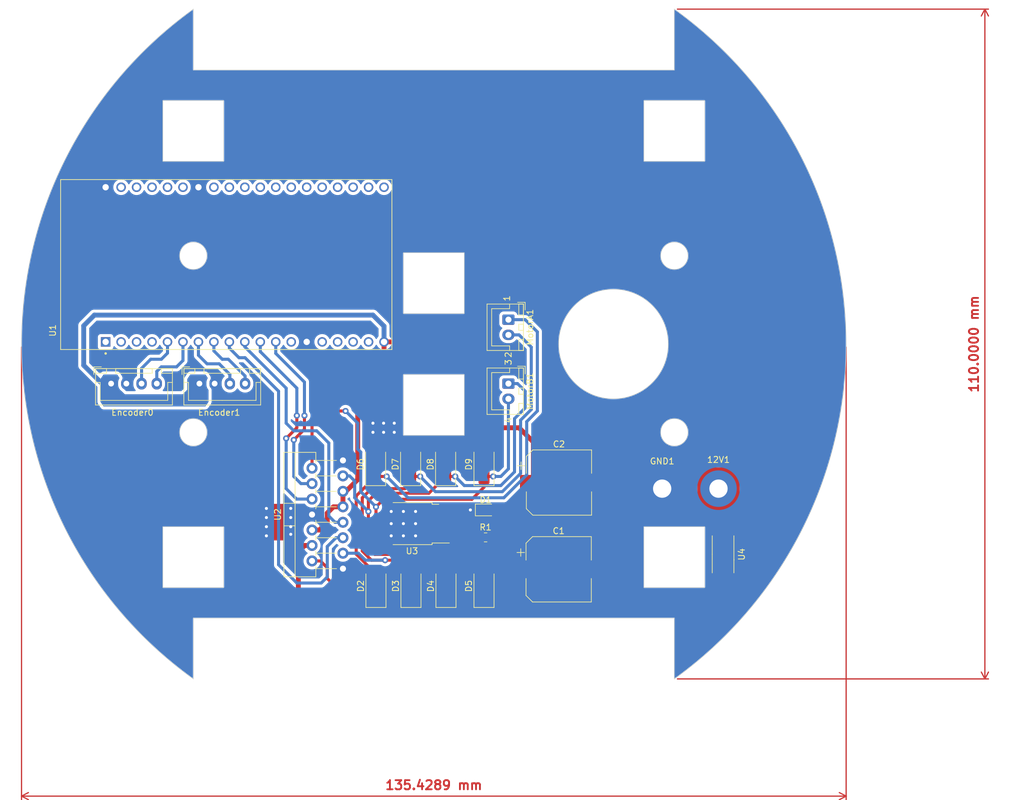
<source format=kicad_pcb>
(kicad_pcb (version 20221018) (generator pcbnew)
  (layers (0 "F.Cu" signal) (31 "B.Cu" signal) (34 "B.Paste" user) (35 "F.Paste" user) (36 "B.SilkS" user "B.Silkscreen") (37 "F.SilkS" user "F.Silkscreen") (38 "B.Mask" user) (39 "F.Mask" user) (44 "Edge.Cuts" user))
  (net 0 "")
  (net 3 "+12V")
  (net 6 "GND")
  (net 7 "EN")
  (net 8 "Net-(D1-A)")
  (net 9 "Net-(D2-A)")
  (net 10 "Net-(D3-A)")
  (net 11 "Net-(D4-A)")
  (net 12 "Net-(D5-A)")
  (net 13 "ENCOD_0_A")
  (net 15 "ENCOD_0_B")
  (net 37 "ENCOD_1_A")
  (net 38 "ENCOD_1_B")
  (net 39 "IN 1")
  (net 40 "IN 2")
  (net 41 "IN 3")
  (net 42 "IN 4")
  (net 43 "Net-(12V1-Pin_1)")
  (footprint "Connector:Banana_Jack_1Pin" (layer "F.Cu") (at 223 99.25)
    (fp_text reference "12V1" (at 0 -4.75) (layer "F.SilkS"))
    (fp_text value "12V")
    (pad "1" thru_hole circle (at 0 0) (size 6 6) (drill 3) (layers "*.Cu" "*.Mask") (net 43 "Net-(12V1-Pin_1)"))
  )
  (footprint "Diode_SMD:D_SMA" (layer "F.Cu") (at 184.49 115.25 90)
    (fp_text reference "D5" (at 0 -2.5 90) (layer "F.SilkS"))
    (fp_text value "1N4007")
    (pad "1" smd roundrect (at -2 0 90) (size 2.5 1.8) (layers "F.Cu" "F.Paste" "F.Mask") (roundrect_rratio 0.1388888889) (net 3 "+12V"))
    (pad "2" smd roundrect (at 2 0 90) (size 2.5 1.8) (layers "F.Cu" "F.Paste" "F.Mask") (roundrect_rratio 0.1388888889) (net 12 "Net-(D5-A)"))
  )
  (footprint "Diode_SMD:D_SMA" (layer "F.Cu") (at 172.44 95.25 90)
    (fp_text reference "D7" (at 0 -2.5 90) (layer "F.SilkS"))
    (fp_text value "1N4007")
    (pad "1" smd roundrect (at -2 0 90) (size 2.5 1.8) (layers "F.Cu" "F.Paste" "F.Mask") (roundrect_rratio 0.1388888889) (net 10 "Net-(D3-A)"))
    (pad "2" smd roundrect (at 2 0 90) (size 2.5 1.8) (layers "F.Cu" "F.Paste" "F.Mask") (roundrect_rratio 0.1388888889) (net 6 "GND"))
  )
  (footprint "Diode_SMD:D_SMA" (layer "F.Cu") (at 178.24 115.25 90)
    (fp_text reference "D4" (at 0 -2.5 90) (layer "F.SilkS"))
    (fp_text value "1N4007")
    (pad "1" smd roundrect (at -2 0 90) (size 2.5 1.8) (layers "F.Cu" "F.Paste" "F.Mask") (roundrect_rratio 0.1388888889) (net 3 "+12V"))
    (pad "2" smd roundrect (at 2 0 90) (size 2.5 1.8) (layers "F.Cu" "F.Paste" "F.Mask") (roundrect_rratio 0.1388888889) (net 11 "Net-(D4-A)"))
  )
  (footprint "Package_TO_SOT_SMD:TO-252-2" (layer "F.Cu") (at 172.66 105 180)
    (fp_text reference "U3" (at 0 -4.5) (layer "F.SilkS"))
    (fp_text value "MC78M05_TO252")
    (pad "1" smd roundrect (at -5.04 -2.28 180) (size 2.2 1.2) (layers "F.Cu" "F.Paste" "F.Mask") (roundrect_rratio 0.2083333333) (net 3 "+12V"))
    (pad "2" smd roundrect (at -0.415 -1.525 180) (size 3.05 2.75) (layers "F.Cu" "F.Paste") (roundrect_rratio 0.09090909091) (net 6 "GND"))
    (pad "2" smd roundrect (at -0.415 1.525 180) (size 3.05 2.75) (layers "F.Cu" "F.Paste") (roundrect_rratio 0.09090909091) (net 6 "GND"))
    (pad "2" smd roundrect (at 1.26 0 180) (size 6.4 5.8) (layers "F.Cu" "F.Mask") (roundrect_rratio 0.04310293103) (net 6 "GND"))
    (pad "2" smd roundrect (at 2.935 -1.525 180) (size 3.05 2.75) (layers "F.Cu" "F.Paste") (roundrect_rratio 0.09090909091) (net 6 "GND"))
    (pad "2" smd roundrect (at 2.935 1.525 180) (size 3.05 2.75) (layers "F.Cu" "F.Paste") (roundrect_rratio 0.09090909091) (net 6 "GND"))
    (pad "3" smd roundrect (at -5.04 2.28 180) (size 2.2 1.2) (layers "F.Cu" "F.Paste" "F.Mask") (roundrect_rratio 0.2083333333) (net 7 "EN"))
  )
  (footprint "Diode_SMD:D_SMA" (layer "F.Cu") (at 166.74 115.25 90)
    (fp_text reference "D2" (at 0 -2.5 90) (layer "F.SilkS"))
    (fp_text value "1N4007")
    (pad "1" smd roundrect (at -2 0 90) (size 2.5 1.8) (layers "F.Cu" "F.Paste" "F.Mask") (roundrect_rratio 0.1388888889) (net 3 "+12V"))
    (pad "2" smd roundrect (at 2 0 90) (size 2.5 1.8) (layers "F.Cu" "F.Paste" "F.Mask") (roundrect_rratio 0.1388888889) (net 9 "Net-(D2-A)"))
  )
  (footprint "ESP32-DEVKITC-32D:MODULE_ESP32-DEVKITC-32D" (layer "F.Cu") (at 142.11 62.45 90)
    (fp_text reference "U1" (at -10.829175 -28.446045 90) (layer "F.SilkS") (effects (font (size 1.000386 1.000386))))
    (fp_text value "ESP32-DEVKITC-32D")
    (pad "J2-1" thru_hole rect (at -12.7 -19.76 90) (size 1.56 1.56) (drill 1.04) (layers "*.Cu" "*.Mask"))
    (pad "J2-2" thru_hole circle (at -12.7 -17.22 90) (size 1.56 1.56) (drill 1.04) (layers "*.Cu" "*.Mask"))
    (pad "J2-3" thru_hole circle (at -12.7 -14.68 90) (size 1.56 1.56) (drill 1.04) (layers "*.Cu" "*.Mask"))
    (pad "J2-4" thru_hole circle (at -12.7 -12.14 90) (size 1.56 1.56) (drill 1.04) (layers "*.Cu" "*.Mask"))
    (pad "J2-5" thru_hole circle (at -12.7 -9.6 90) (size 1.56 1.56) (drill 1.04) (layers "*.Cu" "*.Mask") (net 13 "ENCOD_0_A"))
    (pad "J2-6" thru_hole circle (at -12.7 -7.06 90) (size 1.56 1.56) (drill 1.04) (layers "*.Cu" "*.Mask") (net 15 "ENCOD_0_B"))
    (pad "J2-7" thru_hole circle (at -12.7 -4.52 90) (size 1.56 1.56) (drill 1.04) (layers "*.Cu" "*.Mask") (net 37 "ENCOD_1_A"))
    (pad "J2-8" thru_hole circle (at -12.7 -1.98 90) (size 1.56 1.56) (drill 1.04) (layers "*.Cu" "*.Mask") (net 38 "ENCOD_1_B"))
    (pad "J2-9" thru_hole circle (at -12.7 0.56 90) (size 1.56 1.56) (drill 1.04) (layers "*.Cu" "*.Mask") (net 39 "IN 1"))
    (pad "J2-10" thru_hole circle (at -12.7 3.1 90) (size 1.56 1.56) (drill 1.04) (layers "*.Cu" "*.Mask") (net 40 "IN 2"))
    (pad "J2-11" thru_hole circle (at -12.7 5.64 90) (size 1.56 1.56) (drill 1.04) (layers "*.Cu" "*.Mask") (net 41 "IN 3"))
    (pad "J2-12" thru_hole circle (at -12.7 8.18 90) (size 1.56 1.56) (drill 1.04) (layers "*.Cu" "*.Mask") (net 42 "IN 4"))
    (pad "J2-13" thru_hole circle (at -12.7 10.72 90) (size 1.56 1.56) (drill 1.04) (layers "*.Cu" "*.Mask"))
    (pad "J2-14" thru_hole circle (at -12.7 13.26 90) (size 1.56 1.56) (drill 1.04) (layers "*.Cu" "*.Mask") (net 6 "GND"))
    (pad "J2-15" thru_hole circle (at -12.7 15.8 90) (size 1.56 1.56) (drill 1.04) (layers "*.Cu" "*.Mask"))
    (pad "J2-16" thru_hole circle (at -12.7 18.34 90) (size 1.56 1.56) (drill 1.04) (layers "*.Cu" "*.Mask"))
    (pad "J2-17" thru_hole circle (at -12.7 20.88 90) (size 1.56 1.56) (drill 1.04) (layers "*.Cu" "*.Mask"))
    (pad "J2-18" thru_hole circle (at -12.7 23.42 90) (size 1.56 1.56) (drill 1.04) (layers "*.Cu" "*.Mask"))
    (pad "J2-19" thru_hole circle (at -12.7 25.96 90) (size 1.56 1.56) (drill 1.04) (layers "*.Cu" "*.Mask") (net 7 "EN"))
    (pad "J3-1" thru_hole circle (at 12.7 -19.76 90) (size 1.56 1.56) (drill 1.04) (layers "*.Cu" "*.Mask") (net 6 "GND"))
    (pad "J3-2" thru_hole circle (at 12.7 -17.22 90) (size 1.56 1.56) (drill 1.04) (layers "*.Cu" "*.Mask"))
    (pad "J3-3" thru_hole circle (at 12.7 -14.68 90) (size 1.56 1.56) (drill 1.04) (layers "*.Cu" "*.Mask"))
    (pad "J3-4" thru_hole circle (at 12.7 -12.14 90) (size 1.56 1.56) (drill 1.04) (layers "*.Cu" "*.Mask"))
    (pad "J3-5" thru_hole circle (at 12.7 -9.6 90) (size 1.56 1.56) (drill 1.04) (layers "*.Cu" "*.Mask"))
    (pad "J3-6" thru_hole circle (at 12.7 -7.06 90) (size 1.56 1.56) (drill 1.04) (layers "*.Cu" "*.Mask"))
    (pad "J3-7" thru_hole circle (at 12.7 -4.52 90) (size 1.56 1.56) (drill 1.04) (layers "*.Cu" "*.Mask") (net 6 "GND"))
    (pad "J3-8" thru_hole circle (at 12.7 -1.98 90) (size 1.56 1.56) (drill 1.04) (layers "*.Cu" "*.Mask"))
    (pad "J3-9" thru_hole circle (at 12.7 0.56 90) (size 1.56 1.56) (drill 1.04) (layers "*.Cu" "*.Mask"))
    (pad "J3-10" thru_hole circle (at 12.7 3.1 90) (size 1.56 1.56) (drill 1.04) (layers "*.Cu" "*.Mask"))
    (pad "J3-11" thru_hole circle (at 12.7 5.64 90) (size 1.56 1.56) (drill 1.04) (layers "*.Cu" "*.Mask"))
    (pad "J3-12" thru_hole circle (at 12.7 8.18 90) (size 1.56 1.56) (drill 1.04) (layers "*.Cu" "*.Mask"))
    (pad "J3-13" thru_hole circle (at 12.7 10.72 90) (size 1.56 1.56) (drill 1.04) (layers "*.Cu" "*.Mask"))
    (pad "J3-14" thru_hole circle (at 12.7 13.26 90) (size 1.56 1.56) (drill 1.04) (layers "*.Cu" "*.Mask"))
    (pad "J3-15" thru_hole circle (at 12.7 15.8 90) (size 1.56 1.56) (drill 1.04) (layers "*.Cu" "*.Mask"))
    (pad "J3-16" thru_hole circle (at 12.7 18.34 90) (size 1.56 1.56) (drill 1.04) (layers "*.Cu" "*.Mask"))
    (pad "J3-17" thru_hole circle (at 12.7 20.88 90) (size 1.56 1.56) (drill 1.04) (layers "*.Cu" "*.Mask"))
    (pad "J3-18" thru_hole circle (at 12.7 23.42 90) (size 1.56 1.56) (drill 1.04) (layers "*.Cu" "*.Mask"))
    (pad "J3-19" thru_hole circle (at 12.7 25.96 90) (size 1.56 1.56) (drill 1.04) (layers "*.Cu" "*.Mask"))
  )
  (footprint "Package_SO:SOIC-16_3.9x9.9mm_P1.27mm" (layer "F.Cu") (at 223.75 110.036 -90)
    (fp_text reference "U4" (at 0 -3.048 90) (layer "F.SilkS"))
    (fp_text value "DG412xY")
    (pad "2" smd roundrect (at -2.286 0 270) (size 2.625998 1.204874) (layers "F.Cu" "F.Paste" "F.Mask") (roundrect_rratio 0.250000415) (net 43 "Net-(12V1-Pin_1)"))
    (pad "3" smd roundrect (at 2.286 0 270) (size 2.626 1.189) (layers "F.Cu" "F.Paste" "F.Mask") (net 3 "+12V"))
  )
  (footprint "Capacitor_SMD:CP_Elec_10x10.5" (layer "F.Cu") (at 196.75 112.5)
    (fp_text reference "C1" (at 0 -6.3) (layer "F.SilkS"))
    (fp_text value "220 uF")
    (pad "1" smd roundrect (at -4.2 0) (size 4.4 2.5) (layers "F.Cu" "F.Paste" "F.Mask") (roundrect_rratio 0.1) (net 3 "+12V"))
    (pad "2" smd roundrect (at 4.2 0) (size 4.4 2.5) (layers "F.Cu" "F.Paste" "F.Mask") (roundrect_rratio 0.1) (net 6 "GND"))
  )
  (footprint "Package_TO_SOT_THT:TO-220-15_P2.54x2.54mm_StaggerOdd_Lead4.58mm_Vertical" (layer "F.Cu") (at 161.325 112.395 90)
    (fp_text reference "U2" (at 8.89 -10.7 90) (layer "F.SilkS"))
    (fp_text value "L298N")
    (pad "1" thru_hole rect (at 0 0 90) (size 1.8 1.8) (drill 1) (layers "*.Cu" "*.Mask") (net 6 "GND"))
    (pad "2" thru_hole oval (at 1.27 -5.08 90) (size 1.8 1.8) (drill 1) (layers "*.Cu" "*.Mask") (net 9 "Net-(D2-A)"))
    (pad "3" thru_hole oval (at 2.54 0 90) (size 1.8 1.8) (drill 1) (layers "*.Cu" "*.Mask") (net 10 "Net-(D3-A)"))
    (pad "4" thru_hole oval (at 3.81 -5.08 90) (size 1.8 1.8) (drill 1) (layers "*.Cu" "*.Mask") (net 3 "+12V"))
    (pad "5" thru_hole oval (at 5.08 0 90) (size 1.8 1.8) (drill 1) (layers "*.Cu" "*.Mask") (net 39 "IN 1"))
    (pad "6" thru_hole oval (at 6.35 -5.08 90) (size 1.8 1.8) (drill 1) (layers "*.Cu" "*.Mask") (net 7 "EN"))
    (pad "7" thru_hole oval (at 7.62 0 90) (size 1.8 1.8) (drill 1) (layers "*.Cu" "*.Mask") (net 40 "IN 2"))
    (pad "8" thru_hole oval (at 8.89 -5.08 90) (size 1.8 1.8) (drill 1) (layers "*.Cu" "*.Mask") (net 6 "GND"))
    (pad "9" thru_hole oval (at 10.16 0 90) (size 1.8 1.8) (drill 1) (layers "*.Cu" "*.Mask") (net 7 "EN"))
    (pad "10" thru_hole oval (at 11.43 -5.08 90) (size 1.8 1.8) (drill 1) (layers "*.Cu" "*.Mask") (net 41 "IN 3"))
    (pad "11" thru_hole oval (at 12.7 0 90) (size 1.8 1.8) (drill 1) (layers "*.Cu" "*.Mask") (net 7 "EN"))
    (pad "12" thru_hole oval (at 13.97 -5.08 90) (size 1.8 1.8) (drill 1) (layers "*.Cu" "*.Mask") (net 42 "IN 4"))
    (pad "13" thru_hole oval (at 15.24 0 90) (size 1.8 1.8) (drill 1) (layers "*.Cu" "*.Mask") (net 11 "Net-(D4-A)"))
    (pad "14" thru_hole oval (at 16.51 -5.08 90) (size 1.8 1.8) (drill 1) (layers "*.Cu" "*.Mask") (net 12 "Net-(D5-A)"))
    (pad "15" thru_hole oval (at 17.78 0 90) (size 1.8 1.8) (drill 1) (layers "*.Cu" "*.Mask") (net 6 "GND"))
  )
  (footprint "Diode_SMD:D_SMA" (layer "F.Cu") (at 172.49 115.25 90)
    (fp_text reference "D3" (at 0 -2.5 90) (layer "F.SilkS"))
    (fp_text value "1N4007")
    (pad "1" smd roundrect (at -2 0 90) (size 2.5 1.8) (layers "F.Cu" "F.Paste" "F.Mask") (roundrect_rratio 0.1388888889) (net 3 "+12V"))
    (pad "2" smd roundrect (at 2 0 90) (size 2.5 1.8) (layers "F.Cu" "F.Paste" "F.Mask") (roundrect_rratio 0.1388888889) (net 10 "Net-(D3-A)"))
  )
  (footprint "Connector_JST:JST_XH_B4B-XH-A_1x04_P2.50mm_Vertical" (layer "F.Cu") (at 123.25 82)
    (fp_text reference "Encoder0" (at 3.5 4.75) (layer "F.SilkS"))
    (fp_text value "Encoder 0")
    (pad "1" thru_hole roundrect (at 0 0) (size 1.7 1.95) (drill 0.95) (layers "*.Cu" "*.Mask") (roundrect_rratio 0.1470588235) (net 7 "EN"))
    (pad "2" thru_hole oval (at 2.5 0) (size 1.7 1.95) (drill 0.95) (layers "*.Cu" "*.Mask") (net 6 "GND"))
    (pad "3" thru_hole oval (at 5 0) (size 1.7 1.95) (drill 0.95) (layers "*.Cu" "*.Mask") (net 13 "ENCOD_0_A"))
    (pad "4" thru_hole oval (at 7.5 0) (size 1.7 1.95) (drill 0.95) (layers "*.Cu" "*.Mask") (net 15 "ENCOD_0_B"))
  )
  (footprint "Diode_SMD:D_SMA" (layer "F.Cu") (at 184.49 95.25 90)
    (fp_text reference "D9" (at 0 -2.5 90) (layer "F.SilkS"))
    (fp_text value "1N4007")
    (pad "1" smd roundrect (at -2 0 90) (size 2.5 1.8) (layers "F.Cu" "F.Paste" "F.Mask") (roundrect_rratio 0.1388888889) (net 12 "Net-(D5-A)"))
    (pad "2" smd roundrect (at 2 0 90) (size 2.5 1.8) (layers "F.Cu" "F.Paste" "F.Mask") (roundrect_rratio 0.1388888889) (net 6 "GND"))
  )
  (footprint "Connector:Banana_Jack_1Pin" (layer "F.Cu") (at 213.75 99.25)
    (fp_text reference "GND1" (at 0 -4.5) (layer "F.SilkS"))
    (fp_text value "GND")
    (pad "1" thru_hole circle (at 0 0) (size 6 6) (drill 3) (layers "*.Cu" "*.Mask") (net 6 "GND"))
  )
  (footprint "Resistor_SMD:R_0805_2012Metric" (layer "F.Cu") (at 184.75 107.25)
    (fp_text reference "R1" (at 0 -1.65) (layer "F.SilkS"))
    (fp_text value "1k")
    (pad "1" smd roundrect (at -0.9125 0) (size 1.025 1.4) (layers "F.Cu" "F.Paste" "F.Mask") (roundrect_rratio 0.243902439) (net 7 "EN"))
    (pad "2" smd roundrect (at 0.9125 0) (size 1.025 1.4) (layers "F.Cu" "F.Paste" "F.Mask") (roundrect_rratio 0.243902439) (net 8 "Net-(D1-A)"))
  )
  (footprint "Connector_JST:JST_XH_B4B-XH-A_1x04_P2.50mm_Vertical" (layer "F.Cu") (at 137.75 82)
    (fp_text reference "Encoder1" (at 3.25 4.75) (layer "F.SilkS"))
    (fp_text value "Encoder 1")
    (pad "1" thru_hole roundrect (at 0 0) (size 1.7 1.95) (drill 0.95) (layers "*.Cu" "*.Mask") (roundrect_rratio 0.1470588235) (net 7 "EN"))
    (pad "2" thru_hole oval (at 2.5 0) (size 1.7 1.95) (drill 0.95) (layers "*.Cu" "*.Mask") (net 6 "GND"))
    (pad "3" thru_hole oval (at 5 0) (size 1.7 1.95) (drill 0.95) (layers "*.Cu" "*.Mask") (net 37 "ENCOD_1_A"))
    (pad "4" thru_hole oval (at 7.5 0) (size 1.7 1.95) (drill 0.95) (layers "*.Cu" "*.Mask") (net 38 "ENCOD_1_B"))
  )
  (footprint "Capacitor_SMD:CP_Elec_10x10.5" (layer "F.Cu") (at 196.8 98.25)
    (fp_text reference "C2" (at 0 -6.3) (layer "F.SilkS"))
    (fp_text value "220 uF")
    (pad "1" smd roundrect (at -4.2 0) (size 4.4 2.5) (layers "F.Cu" "F.Paste" "F.Mask") (roundrect_rratio 0.1) (net 7 "EN"))
    (pad "2" smd roundrect (at 4.2 0) (size 4.4 2.5) (layers "F.Cu" "F.Paste" "F.Mask") (roundrect_rratio 0.1) (net 6 "GND"))
  )
  (footprint "Connector_JST:JST_XH_B2B-XH-A_1x02_P2.50mm_Vertical" (layer "F.Cu") (at 188.5 71.5 -90)
    (fp_text reference "MotorA1" (at 1.25 -3.55 90) (layer "F.SilkS"))
    (fp_text value "Motor A1")
    (pad "1" thru_hole roundrect (at 0 0 270) (size 1.7 2) (drill 1) (layers "*.Cu" "*.Mask") (roundrect_rratio 0.1470588235) (net 9 "Net-(D2-A)"))
    (pad "2" thru_hole oval (at 2.5 0 270) (size 1.7 2) (drill 1) (layers "*.Cu" "*.Mask") (net 10 "Net-(D3-A)"))
  )
  (footprint "Connector_JST:JST_XH_B2B-XH-A_1x02_P2.50mm_Vertical" (layer "F.Cu") (at 188.5 82 -90)
    (fp_text reference "MotorB1" (at 1.25 -3.55 90) (layer "F.SilkS"))
    (fp_text value "Motor B1")
    (pad "1" thru_hole roundrect (at 0 0 270) (size 1.7 2) (drill 1) (layers "*.Cu" "*.Mask") (roundrect_rratio 0.1470588235) (net 11 "Net-(D4-A)"))
    (pad "2" thru_hole oval (at 2.5 0 270) (size 1.7 2) (drill 1) (layers "*.Cu" "*.Mask") (net 12 "Net-(D5-A)"))
  )
  (footprint "LED_SMD:LED_0805_2012Metric" (layer "F.Cu") (at 184.75 102.75)
    (fp_text reference "D1" (at 0 -1.65) (layer "F.SilkS"))
    (fp_text value "LED")
    (pad "1" smd roundrect (at -0.9375 0) (size 0.975 1.4) (layers "F.Cu" "F.Paste" "F.Mask") (net 6 "GND"))
    (pad "2" smd roundrect (at 0.9375 0) (size 0.975 1.4) (layers "F.Cu" "F.Paste" "F.Mask") (net 8 "Net-(D1-A)"))
  )
  (footprint "Diode_SMD:D_SMA" (layer "F.Cu") (at 166.69 95.25 90)
    (fp_text reference "D6" (at 0 -2.5 90) (layer "F.SilkS"))
    (fp_text value "1N4007")
    (pad "1" smd roundrect (at -2 0 90) (size 2.5 1.8) (layers "F.Cu" "F.Paste" "F.Mask") (roundrect_rratio 0.1388888889) (net 9 "Net-(D2-A)"))
    (pad "2" smd roundrect (at 2 0 90) (size 2.5 1.8) (layers "F.Cu" "F.Paste" "F.Mask") (roundrect_rratio 0.1388888889) (net 6 "GND"))
  )
  (footprint "Diode_SMD:D_SMA" (layer "F.Cu") (at 178.19 95.25 90)
    (fp_text reference "D8" (at 0 -2.5 90) (layer "F.SilkS"))
    (fp_text value "1N4007")
    (pad "1" smd roundrect (at -2 0 90) (size 2.5 1.8) (layers "F.Cu" "F.Paste" "F.Mask") (roundrect_rratio 0.1388888889) (net 11 "Net-(D4-A)"))
    (pad "2" smd roundrect (at 2 0 90) (size 2.5 1.8) (layers "F.Cu" "F.Paste" "F.Mask") (roundrect_rratio 0.1388888889) (net 6 "GND"))
  )
  (gr_line (start 136.75 120.5) (end 136.75 130.5) (stroke (width 0.1)) (layer "Edge.Cuts"))
  (gr_rect (start 171.25 60.5) (end 181.25 70.5) (stroke (width 0.1)) (fill none) (layer "Edge.Cuts"))
  (gr_circle (center 215.75 61) (end 215.75 63.25) (stroke (width 0.1)) (fill none) (layer "Edge.Cuts"))
  (gr_rect (start 131.75 35.5) (end 141.75 45.5) (stroke (width 0.1)) (fill none) (layer "Edge.Cuts"))
  (gr_line (start 215.75 120.5) (end 136.75 120.5) (stroke (width 0.1)) (layer "Edge.Cuts"))
  (gr_line (start 136.75 30.5) (end 136.75 20.5) (stroke (width 0.1)) (layer "Edge.Cuts"))
  (gr_arc (start 136.75 130.5) (mid 108.535526 75.5) (end 136.75 20.5) (stroke (width 0.1)) (layer "Edge.Cuts"))
  (gr_rect (start 210.75 105.5) (end 220.75 115.5) (stroke (width 0.1)) (fill none) (layer "Edge.Cuts"))
  (gr_line (start 215.75 120.5) (end 215.75 130.5) (stroke (width 0.1)) (layer "Edge.Cuts"))
  (gr_line (start 136.75 30.5) (end 215.75 30.5) (stroke (width 0.1)) (layer "Edge.Cuts"))
  (gr_rect (start 131.75 105.5) (end 141.75 115.5) (stroke (width 0.1)) (fill none) (layer "Edge.Cuts"))
  (gr_circle (center 136.75 61) (end 136.75 63.25) (stroke (width 0.1)) (fill none) (layer "Edge.Cuts"))
  (gr_circle (center 205.75 75.5) (end 205.75 84.5) (stroke (width 0.1)) (fill none) (layer "Edge.Cuts"))
  (gr_rect (start 210.75 35.5) (end 220.75 45.5) (stroke (width 0.1)) (fill none) (layer "Edge.Cuts"))
  (gr_circle (center 215.75 90) (end 215.75 87.75) (stroke (width 0.1)) (fill none) (layer "Edge.Cuts"))
  (gr_line (start 215.75 30.5) (end 215.75 20.5) (stroke (width 0.1)) (layer "Edge.Cuts"))
  (gr_circle (center 136.75 90) (end 136.75 92.25) (stroke (width 0.1)) (fill none) (layer "Edge.Cuts"))
  (gr_rect (start 171.25 80.5) (end 181.25 90.5) (stroke (width 0.1)) (fill none) (layer "Edge.Cuts"))
  (gr_arc (start 215.75 20.5) (mid 243.964474 75.5) (end 215.75 130.5) (stroke (width 0.1)) (layer "Edge.Cuts"))
  (gr_text "3" (at 188.5 78.5 90) (layer "F.SilkS") (effects (font (size 1 1))))
  (gr_text "2" (at 188.5 77.25 90) (layer "F.SilkS") (effects (font (size 1 1))))
  (gr_text "1" (at 188.25 68 90) (layer "F.SilkS") (effects (font (size 1 1))))
  (gr_text "4" (at 188.5 88 90) (layer "F.SilkS") (effects (font (size 1 1))))
  (dimension (type aligned) (layer "F.Cu") (pts (xy 108.535526 75.5) (xy 243.964474 75.5)) (height 74.25) (gr_text "135,4289 mm" (at 176.25 147.95) (layer "F.Cu") (effects (font (size 1.5 1.5) (thickness 0.3)))) (format (prefix "") (suffix "") (units 3) (units_format 1) (precision 4)) (style (thickness 0.2) (arrow_length 1.27) (text_position_mode 0) (extension_height 0.58642) (extension_offset 0.5) keep_text_aligned))
  (dimension (type aligned) (layer "F.Cu") (pts (xy 215.75 130.5) (xy 215.75 20.5)) (height 51) (gr_text "110,0000 mm" (at 264.95 75.5 90) (layer "F.Cu") (effects (font (size 1.5 1.5) (thickness 0.3)))) (format (prefix "") (suffix "") (units 3) (units_format 1) (precision 4)) (style (thickness 0.2) (arrow_length 1.27) (text_position_mode 0) (extension_height 0.58642) (extension_offset 0.5) keep_text_aligned))
  (segment (start 177.7 107.28) (end 179.42 109) (width 0.8) (layer "F.Cu") (net 3))
  (segment (start 155.04 108.585) (end 154 109.625) (width 0.8) (layer "F.Cu") (net 3))
  (segment (start 186.75 112.5) (end 192.55 112.5) (width 0.8) (layer "F.Cu") (net 3))
  (segment (start 182.25 109) (end 183.5 110.25) (width 0.8) (layer "F.Cu") (net 3))
  (segment (start 155.5 117.25) (end 166.74 117.25) (width 0.8) (layer "F.Cu") (net 3))
  (segment (start 179.42 109) (end 182.25 109) (width 0.8) (layer "F.Cu") (net 3))
  (segment (start 184.5 110.25) (end 186.75 112.5) (width 0.8) (layer "F.Cu") (net 3))
  (segment (start 183.5 110.25) (end 184.5 110.25) (width 0.8) (layer "F.Cu") (net 3))
  (segment (start 154 109.625) (end 154 115.75) (width 0.8) (layer "F.Cu") (net 3))
  (segment (start 154 115.75) (end 155.5 117.25) (width 0.8) (layer "F.Cu") (net 3))
  (segment (start 156.245 108.585) (end 155.04 108.585) (width 0.8) (layer "F.Cu") (net 3))
  (segment (start 183.8125 102.75) (end 182.25 102.75) (width 0.5) (layer "F.Cu") (net 6))
  (via (at 152.75 105.5) (size 1) (drill 0.5) (layers "F.Cu" "B.Cu") (net 6))
  (via (at 152.75 102.5) (size 1) (drill 0.5) (layers "F.Cu" "B.Cu") (net 6))
  (via (at 169.25 107) (size 1) (drill 0.5) (layers "F.Cu" "B.Cu") (net 6))
  (via (at 171.25 107) (size 1) (drill 0.5) (layers "F.Cu" "B.Cu") (net 6))
  (via (at 168 90) (size 1) (drill 0.5) (layers "F.Cu" "B.Cu") (net 6))
  (via (at 169.25 105) (size 1) (drill 0.5) (layers "F.Cu" "B.Cu") (net 6))
  (via (at 173.25 105) (size 1) (drill 0.5) (layers "F.Cu" "B.Cu") (net 6))
  (via (at 152.75 104) (size 1) (drill 0.5) (layers "F.Cu" "B.Cu") (net 6))
  (via (at 169.75 88.5) (size 1) (drill 0.5) (layers "F.Cu" "B.Cu") (net 6))
  (via (at 148.75 107) (size 1) (drill 0.5) (layers "F.Cu" "B.Cu") (net 6))
  (via (at 173.25 107) (size 1) (drill 0.5) (layers "F.Cu" "B.Cu") (net 6))
  (via (at 171.25 105) (size 1) (drill 0.5) (layers "F.Cu" "B.Cu") (net 6))
  (via (at 169.25 103) (size 1) (drill 0.5) (layers "F.Cu" "B.Cu") (net 6))
  (via (at 148.75 102.5) (size 1) (drill 0.5) (layers "F.Cu" "B.Cu") (net 6))
  (via (at 148.75 104) (size 1) (drill 0.5) (layers "F.Cu" "B.Cu") (net 6))
  (via (at 166.25 88.5) (size 1) (drill 0.5) (layers "F.Cu" "B.Cu") (net 6))
  (via (at 168 88.5) (size 1) (drill 0.5) (layers "F.Cu" "B.Cu") (net 6))
  (via (at 182.25 102.75) (size 1) (drill 0.5) (layers "F.Cu" "B.Cu") (net 6))
  (via (at 169.75 90) (size 1) (drill 0.5) (layers "F.Cu" "B.Cu") (net 6))
  (via (at 152.75 106.75) (size 1) (drill 0.5) (layers "F.Cu" "B.Cu") (net 6))
  (via (at 171.25 103) (size 1) (drill 0.5) (layers "F.Cu" "B.Cu") (net 6))
  (via (at 173.25 103) (size 1) (drill 0.5) (layers "F.Cu" "B.Cu") (net 6))
  (via (at 148.75 105.5) (size 1) (drill 0.5) (layers "F.Cu" "B.Cu") (net 6))
  (via (at 166.25 90) (size 1) (drill 0.5) (layers "F.Cu" "B.Cu") (net 6))
  (segment (start 182.25 102.75) (end 182.75 102.75) (width 0.5) (layer "B.Cu") (net 6))
  (segment (start 163.75 97.76) (end 163.75 83.75) (width 0.8) (layer "F.Cu") (net 7))
  (segment (start 177.7 102.72) (end 180.25 105.27) (width 0.8) (layer "F.Cu") (net 7))
  (segment (start 156.245 106.045) (end 157.455 106.045) (width 0.8) (layer "F.Cu") (net 7))
  (segment (start 157.455 106.045) (end 158.75 104.75) (width 0.8) (layer "F.Cu") (net 7))
  (segment (start 192.6 106.15) (end 192.6 98.25) (width 0.8) (layer "F.Cu") (net 7))
  (segment (start 183 87.75) (end 183 77.5) (width 0.8) (layer "F.Cu") (net 7))
  (segment (start 190.25 89.25) (end 184.5 89.25) (width 0.8) (layer "F.Cu") (net 7))
  (segment (start 192.6 91.6) (end 190.25 89.25) (width 0.8) (layer "F.Cu") (net 7))
  (segment (start 183 77.5) (end 180.65 75.15) (width 0.8) (layer "F.Cu") (net 7))
  (segment (start 189.5 109.25) (end 192.6 106.15) (width 0.8) (layer "F.Cu") (net 7))
  (segment (start 168.07 79.43) (end 168.07 75.15) (width 0.8) (layer "F.Cu") (net 7))
  (segment (start 161.325 102.235) (end 161.325 99.695) (width 0.8) (layer "F.Cu") (net 7))
  (segment (start 192.6 98.25) (end 192.6 91.6) (width 0.8) (layer "F.Cu") (net 7))
  (segment (start 161.815 99.695) (end 163.75 97.76) (width 0.8) (layer "F.Cu") (net 7))
  (segment (start 184.5 89.25) (end 183 87.75) (width 0.8) (layer "F.Cu") (net 7))
  (segment (start 163.75 83.75) (end 168.07 79.43) (width 0.8) (layer "F.Cu") (net 7))
  (segment (start 161.325 99.695) (end 161.815 99.695) (width 0.8) (layer "F.Cu") (net 7))
  (segment (start 158.75 104.75) (end 158.75 103.25) (width 0.8) (layer "F.Cu") (net 7))
  (segment (start 158.75 103.25) (end 159.765 102.235) (width 0.8) (layer "F.Cu") (net 7))
  (segment (start 185 109.25) (end 189.5 109.25) (width 0.8) (layer "F.Cu") (net 7))
  (segment (start 180.25 106.5) (end 181 107.25) (width 0.8) (layer "F.Cu") (net 7))
  (segment (start 183.8375 108.0875) (end 185 109.25) (width 0.8) (layer "F.Cu") (net 7))
  (segment (start 180.25 105.27) (end 180.25 106.5) (width 0.8) (layer "F.Cu") (net 7))
  (segment (start 181 107.25) (end 183.8375 107.25) (width 0.8) (layer "F.Cu") (net 7))
  (segment (start 159.765 102.235) (end 161.325 102.235) (width 0.8) (layer "F.Cu") (net 7))
  (segment (start 183.8375 107.25) (end 183.8375 108.0875) (width 0.8) (layer "F.Cu") (net 7))
  (segment (start 180.65 75.15) (end 168.07 75.15) (width 0.8) (layer "F.Cu") (net 7))
  (segment (start 118.75 79) (end 118.75 72.5) (width 0.8) (layer "B.Cu") (net 7))
  (segment (start 118.75 72.5) (end 120.5 70.75) (width 0.8) (layer "B.Cu") (net 7))
  (segment (start 123.25 82) (end 121.75 82) (width 0.8) (layer "B.Cu") (net 7))
  (segment (start 120.5 70.75) (end 166.25 70.75) (width 0.8) (layer "B.Cu") (net 7))
  (segment (start 168.07 72.57) (end 168.07 75.15) (width 0.8) (layer "B.Cu") (net 7))
  (segment (start 121.75 82) (end 118.75 79) (width 0.8) (layer "B.Cu") (net 7))
  (segment (start 166.25 70.75) (end 168.07 72.57) (width 0.8) (layer "B.Cu") (net 7))
  (segment (start 185.6625 107.25) (end 185.6625 102.775) (width 0.5) (layer "F.Cu") (net 8))
  (segment (start 185.6625 102.775) (end 185.6875 102.75) (width 0.5) (layer "F.Cu") (net 8))
  (segment (start 158.75 114) (end 159.5 114.75) (width 0.5) (layer "F.Cu") (net 9))
  (segment (start 165.25 113.25) (end 166.74 113.25) (width 0.5) (layer "F.Cu") (net 9))
  (segment (start 157.625 111.125) (end 158.75 112.25) (width 0.5) (layer "F.Cu") (net 9))
  (segment (start 163.5 100.44) (end 163.5 110.01) (width 0.5) (layer "F.Cu") (net 9))
  (segment (start 166.69 97.25) (end 168.5 97.25) (width 0.5) (layer "F.Cu") (net 9))
  (segment (start 156.245 111.125) (end 157.625 111.125) (width 0.5) (layer "F.Cu") (net 9))
  (segment (start 158.75 112.25) (end 158.75 114) (width 0.5) (layer "F.Cu") (net 9))
  (segment (start 163.75 114.75) (end 165.25 113.25) (width 0.5) (layer "F.Cu") (net 9))
  (segment (start 159.5 114.75) (end 163.75 114.75) (width 0.5) (layer "F.Cu") (net 9))
  (segment (start 163.5 110.01) (end 166.74 113.25) (width 0.5) (layer "F.Cu") (net 9))
  (segment (start 166.69 97.25) (end 163.5 100.44) (width 0.5) (layer "F.Cu") (net 9))
  (via (at 168.5 97.25) (size 1) (drill 0.5) (layers "F.Cu" "B.Cu") (net 9))
  (segment (start 191.25 71.5) (end 188.5 71.5) (width 0.5) (layer "B.Cu") (net 9))
  (segment (start 187.75 100.75) (end 191.5 97) (width 0.5) (layer "B.Cu") (net 9))
  (segment (start 193.25 86.5) (end 193.25 73.5) (width 0.5) (layer "B.Cu") (net 9))
  (segment (start 191.5 97) (end 191.5 88.25) (width 0.5) (layer "B.Cu") (net 9))
  (segment (start 193.25 73.5) (end 191.25 71.5) (width 0.5) (layer "B.Cu") (net 9))
  (segment (start 191.5 88.25) (end 193.25 86.5) (width 0.5) (layer "B.Cu") (net 9))
  (segment (start 172 100.75) (end 187.75 100.75) (width 0.5) (layer "B.Cu") (net 9))
  (segment (start 168.5 97.25) (end 172 100.75) (width 0.5) (layer "B.Cu") (net 9))
  (segment (start 164.5 109.5) (end 166 111) (width 0.5) (layer "F.Cu") (net 10))
  (segment (start 172.44 97.25) (end 174 97.25) (width 0.5) (layer "F.Cu") (net 10))
  (segment (start 166 111) (end 168.25 111) (width 0.5) (layer "F.Cu") (net 10))
  (segment (start 172.44 98.31) (end 171.5 99.25) (width 0.5) (layer "F.Cu") (net 10))
  (segment (start 172.44 97.25) (end 172.44 98.31) (width 0.5) (layer "F.Cu") (net 10))
  (segment (start 171.75 111) (end 168.25 111) (width 0.5) (layer "F.Cu") (net 10))
  (segment (start 171.5 99.25) (end 166 99.25) (width 0.5) (layer "F.Cu") (net 10))
  (segment (start 172.49 113.25) (end 172.49 111.74) (width 0.5) (layer "F.Cu") (net 10))
  (segment (start 164.5 100.75) (end 164.5 109.5) (width 0.5) (layer "F.Cu") (net 10))
  (segment (start 172.49 111.74) (end 171.75 111) (width 0.5) (layer "F.Cu") (net 10))
  (segment (start 166 99.25) (end 164.5 100.75) (width 0.5) (layer "F.Cu") (net 10))
  (via (at 168.25 111) (size 1) (drill 0.5) (layers "F.Cu" "B.Cu") (net 10))
  (via (at 174 97.25) (size 1) (drill 0.5) (layers "F.Cu" "B.Cu") (net 10))
  (segment (start 174 97.25) (end 176.5 99.75) (width 0.5) (layer "B.Cu") (net 10))
  (segment (start 163.855 109.855) (end 161.325 109.855) (width 0.5) (layer "B.Cu") (net 10))
  (segment (start 168.25 111) (end 165 111) (width 0.5) (layer "B.Cu") (net 10))
  (segment (start 190.25 74) (end 188.5 74) (width 0.5) (layer "B.Cu") (net 10))
  (segment (start 190.5 88) (end 192.25 86.25) (width 0.5) (layer "B.Cu") (net 10))
  (segment (start 187.5 99.75) (end 190.5 96.75) (width 0.5) (layer "B.Cu") (net 10))
  (segment (start 176.5 99.75) (end 187.5 99.75) (width 0.5) (layer "B.Cu") (net 10))
  (segment (start 192.25 86.25) (end 192.25 76) (width 0.5) (layer "B.Cu") (net 10))
  (segment (start 192.25 76) (end 190.25 74) (width 0.5) (layer "B.Cu") (net 10))
  (segment (start 165 111) (end 163.855 109.855) (width 0.5) (layer "B.Cu") (net 10))
  (segment (start 190.5 96.75) (end 190.5 88) (width 0.5) (layer "B.Cu") (net 10))
  (segment (start 173.05 110.05) (end 176.25 113.25) (width 0.5) (layer "F.Cu") (net 11))
  (segment (start 165.5 103) (end 165.5 109) (width 0.5) (layer "F.Cu") (net 11))
  (segment (start 178.19 97.25) (end 179.75 97.25) (width 0.5) (layer "F.Cu") (net 11))
  (segment (start 166.55 110.05) (end 173.05 110.05) (width 0.5) (layer "F.Cu") (net 11))
  (segment (start 176.25 113.25) (end 178.24 113.25) (width 0.5) (layer "F.Cu") (net 11))
  (segment (start 166.75 100) (end 165.5 101.25) (width 0.5) (layer "F.Cu") (net 11))
  (segment (start 178.19 97.25) (end 175.44 100) (width 0.5) (layer "F.Cu") (net 11))
  (segment (start 175.44 100) (end 166.75 100) (width 0.5) (layer "F.Cu") (net 11))
  (segment (start 165.5 109) (end 166.55 110.05) (width 0.5) (layer "F.Cu") (net 11))
  (segment (start 165.5 101.25) (end 165.5 103) (width 0.5) (layer "F.Cu") (net 11))
  (via (at 179.75 97.25) (size 1) (drill 0.5) (layers "F.Cu" "B.Cu") (net 11))
  (via (at 165.5 103) (size 1) (drill 0.5) (layers "F.Cu" "B.Cu") (net 11))
  (via (at 179.75 97.25) (size 1) (drill 0.5) (layers "F.Cu" "B.Cu") (net 11))
  (segment (start 163.25 98) (end 162.405 97.155) (width 0.5) (layer "B.Cu") (net 11))
  (segment (start 165.5 103) (end 163.25 100.75) (width 0.5) (layer "B.Cu") (net 11))
  (segment (start 187.25 98.75) (end 189.5 96.5) (width 0.5) (layer "B.Cu") (net 11))
  (segment (start 189.5 96.5) (end 189.5 87.75) (width 0.5) (layer "B.Cu") (net 11))
  (segment (start 191.25 83.25) (end 190 82) (width 0.5) (layer "B.Cu") (net 11))
  (segment (start 190 82) (end 188.5 82) (width 0.5) (layer "B.Cu") (net 11))
  (segment (start 162.405 97.155) (end 161.325 97.155) (width 0.5) (layer "B.Cu") (net 11))
  (segment (start 181.25 98.75) (end 187.25 98.75) (width 0.5) (layer "B.Cu") (net 11))
  (segment (start 189.5 87.75) (end 191.25 86) (width 0.5) (layer "B.Cu") (net 11))
  (segment (start 163.25 100.75) (end 163.25 98) (width 0.5) (layer "B.Cu") (net 11))
  (segment (start 179.75 97.25) (end 181.25 98.75) (width 0.5) (layer "B.Cu") (net 11))
  (segment (start 191.25 86) (end 191.25 83.25) (width 0.5) (layer "B.Cu") (net 11))
  (segment (start 167.25 109.25) (end 175 109.25) (width 0.5) (layer "F.Cu") (net 12))
  (segment (start 184.49 99.01) (end 182.5 101) (width 0.5) (layer "F.Cu") (net 12))
  (segment (start 166.75 102.25) (end 166.75 108.75) (width 0.5) (layer "F.Cu") (net 12))
  (segment (start 166.75 108.75) (end 167.25 109.25) (width 0.5) (layer "F.Cu") (net 12))
  (segment (start 175 109.25) (end 176.75 111) (width 0.5) (layer "F.Cu") (net 12))
  (segment (start 157.5 86.5) (end 156.245 87.755) (width 0.5) (layer "F.Cu") (net 12))
  (segment (start 184.49 97.25) (end 184.49 99.01) (width 0.5) (layer "F.Cu") (net 12))
  (segment (start 182.24 111) (end 184.49 113.25) (width 0.5) (layer "F.Cu") (net 12))
  (segment (start 168 101) (end 166.75 102.25) (width 0.5) (layer "F.Cu") (net 12))
  (segment (start 182.5 101) (end 168 101) (width 0.5) (layer "F.Cu") (net 12))
  (segment (start 161.75 86.5) (end 157.5 86.5) (width 0.5) (layer "F.Cu") (net 12))
  (segment (start 176.75 111) (end 182.24 111) (width 0.5) (layer "F.Cu") (net 12))
  (segment (start 156.245 87.755) (end 156.245 95.885) (width 0.5) (layer "F.Cu") (net 12))
  (segment (start 184.49 97.25) (end 186 97.25) (width 0.5) (layer "F.Cu") (net 12))
  (via (at 166.75 102.25) (size 1) (drill 0.5) (layers "F.Cu" "B.Cu") (net 12))
  (via (at 186 97.25) (size 1) (drill 0.5) (layers "F.Cu" "B.Cu") (net 12))
  (via (at 161.75 86.5) (size 1) (drill 0.5) (layers "F.Cu" "B.Cu") (net 12))
  (segment (start 186 97.25) (end 187.25 97.25) (width 0.5) (layer "B.Cu") (net 12))
  (segment (start 164.25 99.75) (end 166.75 102.25) (width 0.5) (layer "B.Cu") (net 12))
  (segment (start 163.75 88.5) (end 163.75 92.75) (width 0.5) (layer "B.Cu") (net 12))
  (segment (start 164.25 93.25) (end 164.25 99.75) (width 0.5) (layer "B.Cu") (net 12))
  (segment (start 161.75 86.5) (end 163.75 88.5) (width 0.5) (layer "B.Cu") (net 12))
  (segment (start 187.25 97.25) (end 188.5 96) (width 0.5) (layer "B.Cu") (net 12))
  (segment (start 163.75 92.75) (end 164.25 93.25) (width 0.5) (layer "B.Cu") (net 12))
  (segment (start 188.5 96) (end 188.5 84.5) (width 0.5) (layer "B.Cu") (net 12))
  (segment (start 132.51 76.99) (end 132.51 75.15) (width 0.5) (layer "B.Cu") (net 13))
  (segment (start 129.75 78) (end 131.5 78) (width 0.5) (layer "B.Cu") (net 13))
  (segment (start 131.5 78) (end 132.51 76.99) (width 0.5) (layer "B.Cu") (net 13))
  (segment (start 128.25 79.5) (end 129.75 78) (width 0.5) (layer "B.Cu") (net 13))
  (segment (start 128.25 82) (end 128.25 79.5) (width 0.5) (layer "B.Cu") (net 13))
  (segment (start 130.75 82) (end 130.75 80) (width 0.5) (layer "B.Cu") (net 15))
  (segment (start 135.05 78.2) (end 135.05 75.15) (width 0.5) (layer "B.Cu") (net 15))
  (segment (start 131.5 79.25) (end 134 79.25) (width 0.5) (layer "B.Cu") (net 15))
  (segment (start 130.75 80) (end 131.5 79.25) (width 0.5) (layer "B.Cu") (net 15))
  (segment (start 134 79.25) (end 135.05 78.2) (width 0.5) (layer "B.Cu") (net 15))
  (segment (start 141 78.75) (end 139 78.75) (width 0.5) (layer "B.Cu") (net 37))
  (segment (start 142.75 82) (end 142.75 80.5) (width 0.5) (layer "B.Cu") (net 37))
  (segment (start 137.59 77.34) (end 137.59 75.15) (width 0.5) (layer "B.Cu") (net 37))
  (segment (start 142.75 80.5) (end 141 78.75) (width 0.5) (layer "B.Cu") (net 37))
  (segment (start 139 78.75) (end 137.59 77.34) (width 0.5) (layer "B.Cu") (net 37))
  (segment (start 142.5 78) (end 145.25 80.75) (width 0.5) (layer "B.Cu") (net 38))
  (segment (start 141.5 78) (end 142.5 78) (width 0.5) (layer "B.Cu") (net 38))
  (segment (start 145.25 80.75) (end 145.25 82) (width 0.5) (layer "B.Cu") (net 38))
  (segment (start 140.13 76.63) (end 141.5 78) (width 0.5) (layer "B.Cu") (net 38))
  (segment (start 140.13 75.15) (end 140.13 76.63) (width 0.5) (layer "B.Cu") (net 38))
  (segment (start 158.75 108.75) (end 160.185 107.315) (width 0.5) (layer "B.Cu") (net 39))
  (segment (start 158.75 113.75) (end 158.75 108.75) (width 0.5) (layer "B.Cu") (net 39))
  (segment (start 160.185 107.315) (end 161.325 107.315) (width 0.5) (layer "B.Cu") (net 39))
  (segment (start 142.67 76.17) (end 144.25 77.75) (width 0.5) (layer "B.Cu") (net 39))
  (segment (start 150.75 83.25) (end 150.75 111.75) (width 0.5) (layer "B.Cu") (net 39))
  (segment (start 144.25 77.75) (end 145.25 77.75) (width 0.5) (layer "B.Cu") (net 39))
  (segment (start 145.25 77.75) (end 150.75 83.25) (width 0.5) (layer "B.Cu") (net 39))
  (segment (start 150.75 111.75) (end 153.75 114.75) (width 0.5) (layer "B.Cu") (net 39))
  (segment (start 157.75 114.75) (end 158.75 113.75) (width 0.5) (layer "B.Cu") (net 39))
  (segment (start 153.75 114.75) (end 157.75 114.75) (width 0.5) (layer "B.Cu") (net 39))
  (segment (start 142.67 75.15) (end 142.67 76.17) (width 0.5) (layer "B.Cu") (net 39))
  (segment (start 145.21 75.15) (end 145.21 75.96) (width 0.5) (layer "B.Cu") (net 40))
  (segment (start 159 91.75) (end 159 103.75) (width 0.5) (layer "B.Cu") (net 40))
  (segment (start 153.25 89.75) (end 157 89.75) (width 0.5) (layer "B.Cu") (net 40))
  (segment (start 145.21 75.96) (end 152 82.75) (width 0.5) (layer "B.Cu") (net 40))
  (segment (start 152 82.75) (end 152 88.5) (width 0.5) (layer "B.Cu") (net 40))
  (segment (start 159 103.75) (end 160.025 104.775) (width 0.5) (layer "B.Cu") (net 40))
  (segment (start 157 89.75) (end 159 91.75) (width 0.5) (layer "B.Cu") (net 40))
  (segment (start 160.025 104.775) (end 161.325 104.775) (width 0.5) (layer "B.Cu") (net 40))
  (segment (start 152 88.5) (end 153.25 89.75) (width 0.5) (layer "B.Cu") (net 40))
  (segment (start 153.75 89.25) (end 152 91) (width 0.5) (layer "F.Cu") (net 41))
  (segment (start 153.75 87.25) (end 153.75 89.25) (width 0.5) (layer "F.Cu") (net 41))
  (via (at 153.75 87.25) (size 1) (drill 0.5) (layers "F.Cu" "B.Cu") (net 41))
  (via (at 152 91) (size 1) (drill 0.5) (layers "F.Cu" "B.Cu") (net 41))
  (segment (start 147.75 75.15) (end 147.75 76.75) (width 0.5) (layer "B.Cu") (net 41))
  (segment (start 153 82) (end 153.75 82.75) (width 0.5) (layer "B.Cu") (net 41))
  (segment (start 152 91) (end 152 99.25) (width 0.5) (layer "B.Cu") (net 41))
  (segment (start 152 99.25) (end 153.715 100.965) (width 0.5) (layer "B.Cu") (net 41))
  (segment (start 147.75 76.75) (end 153 82) (width 0.5) (layer "B.Cu") (net 41))
  (segment (start 153.75 82.75) (end 153.75 87.25) (width 0.5) (layer "B.Cu") (net 41))
  (segment (start 153.715 100.965) (end 156.245 100.965) (width 0.5) (layer "B.Cu") (net 41))
  (segment (start 155 87.25) (end 155 89.5) (width 0.5) (layer "F.Cu") (net 42))
  (segment (start 155 89.5) (end 153.25 91.25) (width 0.5) (layer "F.Cu") (net 42))
  (via (at 155 87.25) (size 1) (drill 0.5) (layers "F.Cu" "B.Cu") (net 42))
  (via (at 153.25 91.25) (size 1) (drill 0.5) (layers "F.Cu" "B.Cu") (net 42))
  (segment (start 153.25 91.25) (end 153.25 97.25) (width 0.5) (layer "B.Cu") (net 42))
  (segment (start 150.29 75.15) (end 150.29 77.04) (width 0.5) (layer "B.Cu") (net 42))
  (segment (start 155 81.75) (end 155 87.25) (width 0.5) (layer "B.Cu") (net 42))
  (segment (start 154.425 98.425) (end 156.245 98.425) (width 0.5) (layer "B.Cu") (net 42))
  (segment (start 150.29 77.04) (end 154.75 81.5) (width 0.5) (layer "B.Cu") (net 42))
  (segment (start 154.75 81.5) (end 155 81.75) (width 0.5) (layer "B.Cu") (net 42))
  (segment (start 153.25 97.25) (end 154.425 98.425) (width 0.5) (layer "B.Cu") (net 42))
  (zone (net 3) (net_name "+12V") (layer "F.Cu") (priority 7) (connect_pads yes (clearance 0.5)) (min_thickness 0.25) (fill yes (thermal_gap 0.5) (thermal_bridge_width 0.5))
    (polygon (pts (xy 192.75 114.5) (xy 195.75 114.5) (xy 197.75 115.75) (xy 221.5 115.75) (xy 221.5 115) (xy 222.25 114) (xy 222.25 110.5) (xy 225 110.5) (xy 225 117.75) (xy 223.75 119) (xy 192.75 119)))
  )
  (zone (net 3) (net_name "+12V") (layer "F.Cu") (priority 3) (connect_pads yes (clearance 0.5)) (min_thickness 0.25) (fill yes (thermal_gap 0.5) (thermal_bridge_width 0.5))
    (polygon (pts (xy 165 116.5) (xy 165.75 115.5) (xy 188.25 115.5) (xy 189.25 114.5) (xy 189.25 110.75) (xy 190.5 109.75) (xy 194.5 109.75) (xy 195.75 110.75) (xy 195.75 117.75) (xy 194.5 119) (xy 165.75 119) (xy 165 118)))
  )
  (zone (net 6) (net_name "GND") (layer "F.Cu") (priority 5) (connect_pads yes (clearance 0.5)) (min_thickness 0.25) (fill yes (thermal_gap 0.5) (thermal_bridge_width 0.5))
    (polygon (pts (xy 199.25 96) (xy 215.5 96) (xy 217.75 97.5) (xy 217.75 100.75) (xy 215.5 102.5) (xy 205.5 102.5) (xy 204.25 103.75) (xy 204.25 113.5) (xy 203.25 114.5) (xy 198.75 114.5) (xy 197.75 113.5) (xy 197.75 97.5)))
  )
  (zone (net 6) (net_name "GND") (layer "F.Cu") (priority 2) (connect_pads yes (clearance 0.5)) (min_thickness 0.25) (fill yes (thermal_gap 0.5) (thermal_bridge_width 0.5))
    (polygon (pts (xy 185.75 91) (xy 187 92) (xy 187 94.25) (xy 185.75 95.25) (xy 175.375 95.25) (xy 165.75 95.25) (xy 165 94.5) (xy 165 88.25) (xy 166.5 86.75) (xy 169.25 86.75) (xy 170.75 88.25) (xy 170.75 90.25) (xy 171.5 91)))
  )
  (zone (net 43) (net_name "Net-(12V1-Pin_1)") (layer "F.Cu") (priority 6) (connect_pads yes (clearance 0.5)) (min_thickness 0.25) (fill yes (thermal_gap 0.5) (thermal_bridge_width 0.5))
    (polygon (pts (xy 222.25 109.5) (xy 222.25 106.75) (xy 221.5 105.75) (xy 221.5 103) (xy 219.5 101.5) (xy 219.5 97.25) (xy 221.5 95.75) (xy 224.75 95.75) (xy 226.5 97.25) (xy 226.5 101.5) (xy 225 103) (xy 225 109.5)))
  )
  (zone (net 6) (net_name "GND") (layer "F.Cu") (priority 4) (connect_pads yes (clearance 0.5)) (min_thickness 0.25) (fill yes (thermal_gap 0.5) (thermal_bridge_width 0.5))
    (polygon (pts (xy 147.25 101.75) (xy 154 101.75) (xy 154 107.75) (xy 147.25 107.75)))
  )
  (zone (net 7) (net_name "EN") (layer "B.Cu") (priority 1) (connect_pads yes (clearance 0.5)) (min_thickness 0.25) (fill yes (thermal_gap 0.5) (thermal_bridge_width 0.5))
    (polygon (pts (xy 136.25 80.5) (xy 138.75 80.5) (xy 139.25 81.25) (xy 139.25 85) (xy 138.75 85.75) (xy 122 85.75) (xy 121.5 85) (xy 121.5 81.25) (xy 122 80.5) (xy 124.25 80.5) (xy 124.75 81.25) (xy 124.75 83) (xy 125.5 83.75) (xy 135 83.75) (xy 135.75 83) (xy 135.75 81.25)))
  )
  (zone (net 6) (net_name "GND") (layer "B.Cu") (connect_pads yes (clearance 0.5)) (min_thickness 0.25) (fill yes (thermal_gap 0.5) (thermal_bridge_width 0.5))
    (polygon (pts (xy 105.75 19.25) (xy 244.5 19) (xy 244.5 132) (xy 105 132.25)))
  )
)
</source>
